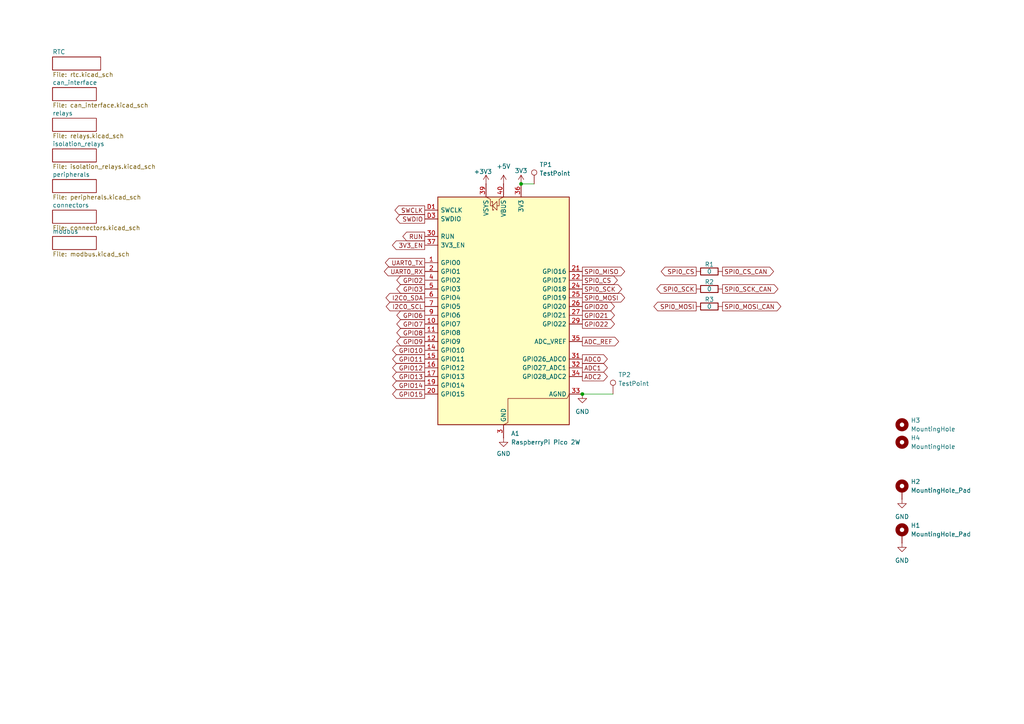
<source format=kicad_sch>
(kicad_sch (version 20250114) (generator "eeschema") (generator_version "9.0")
  (paper "A4")
  (title_block (title "Pico-CAN") (date "2025-10-26") (rev "1.0") (company "PKl"))
  (lib_symbols
    (symbol "Connector:TestPoint" (pin_numbers (hide yes)) (pin_names (offset 0.762) (hide yes))
      (property "Reference" "TP" (at 0 6.858 0))
      (property "Value" "TestPoint" (at 0 5.08 0))
      (symbol "TestPoint_0_1"
        (circle (center 0 3.302) (radius 0.762))
      )
      (symbol "TestPoint_1_1"
        (pin passive line (at 0 0 90) (length 2.54) (name "1") (number "1"))
      )
    )
    (symbol "Device:R" (pin_numbers (hide yes)) (pin_names (offset 0))
      (property "Reference" "R" (at 2.032 0 90))
      (property "Value" "R" (at 0 0 90))
      (symbol "R_0_1"
        (rectangle (start -1.016 -2.54) (end 1.016 2.54) (stroke (width 0.254)))
      )
      (symbol "R_1_1"
        (pin passive line (at 0 3.81 270) (length 1.27) (name "~") (number "1"))
        (pin passive line (at 0 -3.81 90) (length 1.27) (name "~") (number "2"))
      )
    )
    (symbol "MCU_Module:RaspberryPi_Pico_W_Debug" (pin_names (offset 0.762))
      (property "Reference" "A" (at -19.05 35.56 0))
      (property "Value" "RaspberryPi_Pico_W" (at 7.62 35.56 0))
      (symbol "RaspberryPi_Pico_W_Debug_0_1"
        (rectangle (start -19.05 34.29) (end 19.05 -31.75) (stroke (width 0.254)) (fill (type background)))
        (polyline (pts (xy -5.08 34.29) (xy -3.81 33.655) (xy -3.81 31.75) (xy -3.175 31.75)))
        (polyline (pts (xy -3.429 32.766) (xy -3.429 33.02) (xy -3.175 33.02) (xy -3.175 30.48) (xy -2.921 30.48) (xy -2.921 30.734)))
        (polyline (pts (xy -3.175 31.75) (xy -1.905 33.02) (xy -1.905 30.48) (xy -3.175 31.75)))
        (polyline (pts (xy 0 34.29) (xy -1.27 33.655) (xy -1.27 31.75) (xy -1.905 31.75)))
        (polyline (pts (xy 0 -31.75) (xy 1.27 -31.115) (xy 1.27 -24.13) (xy 18.415 -24.13) (xy 19.05 -22.86)))
      )
      (symbol "RaspberryPi_Pico_W_Debug_1_1"
        (pin input line (at -22.86 30.48 0) (length 3.81) (name "SWCLK") (number "D1"))
        (pin bidirectional line (at -22.86 27.94 0) (length 3.81) (name "SWDIO") (number "D3"))
        (pin passive line (at -22.86 22.86 0) (length 3.81) (name "RUN") (number "30"))
        (pin passive line (at -22.86 20.32 0) (length 3.81) (name "3V3_EN") (number "37"))
        (pin bidirectional line (at -22.86 15.24 0) (length 3.81) (name "GPIO0") (number "1"))
        (pin bidirectional line (at -22.86 12.7 0) (length 3.81) (name "GPIO1") (number "2"))
        (pin bidirectional line (at -22.86 10.16 0) (length 3.81) (name "GPIO2") (number "4"))
        (pin bidirectional line (at -22.86 7.62 0) (length 3.81) (name "GPIO3") (number "5"))
        (pin bidirectional line (at -22.86 5.08 0) (length 3.81) (name "GPIO4") (number "6"))
        (pin bidirectional line (at -22.86 2.54 0) (length 3.81) (name "GPIO5") (number "7"))
        (pin bidirectional line (at -22.86 0 0) (length 3.81) (name "GPIO6") (number "9"))
        (pin bidirectional line (at -22.86 -2.54 0) (length 3.81) (name "GPIO7") (number "10"))
        (pin bidirectional line (at -22.86 -5.08 0) (length 3.81) (name "GPIO8") (number "11"))
        (pin bidirectional line (at -22.86 -7.62 0) (length 3.81) (name "GPIO9") (number "12"))
        (pin bidirectional line (at -22.86 -10.16 0) (length 3.81) (name "GPIO10") (number "14"))
        (pin bidirectional line (at -22.86 -12.7 0) (length 3.81) (name "GPIO11") (number "15"))
        (pin bidirectional line (at -22.86 -15.24 0) (length 3.81) (name "GPIO12") (number "16"))
        (pin bidirectional line (at -22.86 -17.78 0) (length 3.81) (name "GPIO13") (number "17"))
        (pin bidirectional line (at -22.86 -20.32 0) (length 3.81) (name "GPIO14") (number "19"))
        (pin bidirectional line (at -22.86 -22.86 0) (length 3.81) (name "GPIO15") (number "20"))
        (pin power_in line (at -5.08 38.1 270) (length 3.81) (name "VSYS") (number "39"))
        (pin power_out line (at 0 38.1 270) (length 3.81) (name "VBUS") (number "40"))
        (pin passive line (at 0 -35.56 90) (length 3.81) (hide yes) (name "GND") (number "13"))
        (pin passive line (at 0 -35.56 90) (length 3.81) (hide yes) (name "GND") (number "18"))
        (pin passive line (at 0 -35.56 90) (length 3.81) (hide yes) (name "GND") (number "23"))
        (pin passive line (at 0 -35.56 90) (length 3.81) (hide yes) (name "GND") (number "28"))
        (pin power_out line (at 0 -35.56 90) (length 3.81) (name "GND") (number "3"))
        (pin passive line (at 0 -35.56 90) (length 3.81) (hide yes) (name "GND") (number "38"))
        (pin passive line (at 0 -35.56 90) (length 3.81) (hide yes) (name "GND") (number "8"))
        (pin passive line (at 0 -35.56 90) (length 3.81) (hide yes) (name "GND") (number "D2"))
        (pin power_out line (at 5.08 38.1 270) (length 3.81) (name "3V3") (number "36"))
        (pin bidirectional line (at 22.86 12.7 180) (length 3.81) (name "GPIO16") (number "21"))
        (pin bidirectional line (at 22.86 10.16 180) (length 3.81) (name "GPIO17") (number "22"))
        (pin bidirectional line (at 22.86 7.62 180) (length 3.81) (name "GPIO18") (number "24"))
        (pin bidirectional line (at 22.86 5.08 180) (length 3.81) (name "GPIO19") (number "25"))
        (pin bidirectional line (at 22.86 2.54 180) (length 3.81) (name "GPIO20") (number "26"))
        (pin bidirectional line (at 22.86 0 180) (length 3.81) (name "GPIO21") (number "27"))
        (pin bidirectional line (at 22.86 -2.54 180) (length 3.81) (name "GPIO22") (number "29"))
        (pin power_in line (at 22.86 -7.62 180) (length 3.81) (name "ADC_VREF") (number "35"))
        (pin bidirectional line (at 22.86 -12.7 180) (length 3.81) (name "GPIO26_ADC0") (number "31"))
        (pin bidirectional line (at 22.86 -15.24 180) (length 3.81) (name "GPIO27_ADC1") (number "32"))
        (pin bidirectional line (at 22.86 -17.78 180) (length 3.81) (name "GPIO28_ADC2") (number "34"))
        (pin power_out line (at 22.86 -22.86 180) (length 3.81) (name "AGND") (number "33"))
      )
    )
    (symbol "Mechanical:MountingHole" (pin_names (offset 1.016)) (in_bom no)
      (property "Reference" "H" (at 0 5.08 0))
      (property "Value" "MountingHole" (at 0 3.175 0))
      (symbol "MountingHole_0_1"
        (circle (center 0 0) (radius 1.27) (stroke (width 1.27)))
      )
    )
    (symbol "Mechanical:MountingHole_Pad" (pin_numbers (hide yes)) (pin_names (offset 1.016) (hide yes)) (in_bom no)
      (property "Reference" "H" (at 0 6.35 0))
      (property "Value" "MountingHole_Pad" (at 0 4.445 0))
      (symbol "MountingHole_Pad_0_1"
        (circle (center 0 1.27) (radius 1.27) (stroke (width 1.27)))
      )
      (symbol "MountingHole_Pad_1_1"
        (pin input line (at 0 -2.54 90) (length 2.54) (name "1") (number "1"))
      )
    )
    (symbol "power:+3.3V" (power) (pin_numbers (hide yes)) (pin_names (offset 0) (hide yes))
      (property "Value" "+3.3V" (at 0 3.556 0))
      (symbol "+3.3V_0_1"
        (polyline (pts (xy -0.762 1.27) (xy 0 2.54)))
        (polyline (pts (xy 0 2.54) (xy 0.762 1.27)))
        (polyline (pts (xy 0 0) (xy 0 2.54)))
      )
      (symbol "+3.3V_1_1"
        (pin power_in line (at 0 0 90) (length 0) (name "~") (number "1"))
      )
    )
    (symbol "power:+5V" (power) (pin_numbers (hide yes)) (pin_names (offset 0) (hide yes))
      (property "Value" "+5V" (at 0 3.556 0))
      (symbol "+5V_0_1"
        (polyline (pts (xy -0.762 1.27) (xy 0 2.54)))
        (polyline (pts (xy 0 2.54) (xy 0.762 1.27)))
        (polyline (pts (xy 0 0) (xy 0 2.54)))
      )
      (symbol "+5V_1_1"
        (pin power_in line (at 0 0 90) (length 0) (name "~") (number "1"))
      )
    )
    (symbol "power:GND" (power) (pin_numbers (hide yes)) (pin_names (offset 0) (hide yes))
      (property "Value" "GND" (at 0 -3.81 0))
      (symbol "GND_0_1"
        (polyline (pts (xy 0 0) (xy 0 -1.27) (xy 1.27 -1.27) (xy 0 -2.54) (xy -1.27 -1.27) (xy 0 -1.27)))
      )
      (symbol "GND_1_1"
        (pin power_in line (at 0 0 270) (length 0) (name "~") (number "1"))
      )
    )
  )
  (junction (at 168.91 114.3))
  (junction (at 151.13 53.34))
  (wire (pts (xy 168.91 114.3) (xy 177.8 114.3)))
  (wire (pts (xy 151.13 53.34) (xy 154.94 53.34)))
  (global_label "GPIO15" (shape output) (at 123.19 114.3 180) (property "Intersheetrefs" "${INTERSHEET_REFS}" (effects (hide yes))))
  (global_label "GPIO13" (shape output) (at 123.19 109.22 180) (property "Intersheetrefs" "${INTERSHEET_REFS}" (effects (hide yes))))
  (global_label "3V3_EN" (shape output) (at 123.19 71.12 180) (property "Intersheetrefs" "${INTERSHEET_REFS}" (effects (hide yes))))
  (global_label "GPIO21" (shape output) (at 168.91 91.44 0) (property "Intersheetrefs" "${INTERSHEET_REFS}" (effects (hide yes))))
  (global_label "GPIO12" (shape output) (at 123.19 106.68 180) (property "Intersheetrefs" "${INTERSHEET_REFS}" (effects (hide yes))))
  (global_label "GPIO8" (shape output) (at 123.19 96.52 180) (property "Intersheetrefs" "${INTERSHEET_REFS}" (effects (hide yes))))
  (global_label "SPI0_SCK" (shape output) (at 168.91 83.82 0) (property "Intersheetrefs" "${INTERSHEET_REFS}" (effects (hide yes))))
  (global_label "GPIO7" (shape output) (at 123.19 93.98 180) (property "Intersheetrefs" "${INTERSHEET_REFS}" (effects (hide yes))))
  (global_label "GPIO11" (shape output) (at 123.19 104.14 180) (property "Intersheetrefs" "${INTERSHEET_REFS}" (effects (hide yes))))
  (global_label "SPI0_MISO" (shape output) (at 168.91 78.74 0) (property "Intersheetrefs" "${INTERSHEET_REFS}" (effects (hide yes))))
  (global_label "SPI0_CS" (shape output) (at 168.91 81.28 0) (property "Intersheetrefs" "${INTERSHEET_REFS}" (effects (hide yes))))
  (global_label "RUN" (shape output) (at 123.19 68.58 180) (property "Intersheetrefs" "${INTERSHEET_REFS}" (effects (hide yes))))
  (global_label "SPI0_MOSI" (shape output) (at 201.93 88.9 180) (property "Intersheetrefs" "${INTERSHEET_REFS}" (effects (hide yes))))
  (global_label "GPIO14" (shape output) (at 123.19 111.76 180) (property "Intersheetrefs" "${INTERSHEET_REFS}" (effects (hide yes))))
  (global_label "GPIO6" (shape output) (at 123.19 91.44 180) (property "Intersheetrefs" "${INTERSHEET_REFS}" (effects (hide yes))))
  (global_label "ADC1" (shape output) (at 168.91 106.68 0) (property "Intersheetrefs" "${INTERSHEET_REFS}" (effects (hide yes))))
  (global_label "UART0_TX" (shape output) (at 123.19 76.2 180) (property "Intersheetrefs" "${INTERSHEET_REFS}" (effects (hide yes))))
  (global_label "I2C0_SDA" (shape output) (at 123.19 86.36 180) (property "Intersheetrefs" "${INTERSHEET_REFS}" (effects (hide yes))))
  (global_label "ADC0" (shape output) (at 168.91 104.14 0) (property "Intersheetrefs" "${INTERSHEET_REFS}" (effects (hide yes))))
  (global_label "GPIO9" (shape output) (at 123.19 99.06 180) (property "Intersheetrefs" "${INTERSHEET_REFS}" (effects (hide yes))))
  (global_label "SPI0_MOSI" (shape output) (at 168.91 86.36 0) (property "Intersheetrefs" "${INTERSHEET_REFS}" (effects (hide yes))))
  (global_label "SPI0_CS_CAN" (shape output) (at 209.55 78.74 0) (property "Intersheetrefs" "${INTERSHEET_REFS}" (effects (hide yes))))
  (global_label "SWCLK" (shape output) (at 123.19 60.96 180) (property "Intersheetrefs" "${INTERSHEET_REFS}" (effects (hide yes))))
  (global_label "GPIO22" (shape output) (at 168.91 93.98 0) (property "Intersheetrefs" "${INTERSHEET_REFS}" (effects (hide yes))))
  (global_label "ADC_REF" (shape output) (at 168.91 99.06 0) (property "Intersheetrefs" "${INTERSHEET_REFS}" (effects (hide yes))))
  (global_label "GPIO20" (shape output) (at 168.91 88.9 0) (property "Intersheetrefs" "${INTERSHEET_REFS}" (effects (hide yes))))
  (global_label "ADC2" (shape output) (at 168.91 109.22 0) (property "Intersheetrefs" "${INTERSHEET_REFS}" (effects (hide yes))))
  (global_label "SPI0_MOSI_CAN" (shape output) (at 209.55 88.9 0) (property "Intersheetrefs" "${INTERSHEET_REFS}" (effects (hide yes))))
  (global_label "SPI0_CS" (shape output) (at 201.93 78.74 180) (property "Intersheetrefs" "${INTERSHEET_REFS}" (effects (hide yes))))
  (global_label "SPI0_SCK_CAN" (shape output) (at 209.55 83.82 0) (property "Intersheetrefs" "${INTERSHEET_REFS}" (effects (hide yes))))
  (global_label "UART0_RX" (shape output) (at 123.19 78.74 180) (property "Intersheetrefs" "${INTERSHEET_REFS}" (effects (hide yes))))
  (global_label "SPI0_SCK" (shape output) (at 201.93 83.82 180) (property "Intersheetrefs" "${INTERSHEET_REFS}" (effects (hide yes))))
  (global_label "GPIO10" (shape output) (at 123.19 101.6 180) (property "Intersheetrefs" "${INTERSHEET_REFS}" (effects (hide yes))))
  (global_label "GPIO2" (shape output) (at 123.19 81.28 180) (property "Intersheetrefs" "${INTERSHEET_REFS}" (effects (hide yes))))
  (global_label "I2C0_SCL" (shape output) (at 123.19 88.9 180) (property "Intersheetrefs" "${INTERSHEET_REFS}" (effects (hide yes))))
  (global_label "SWDIO" (shape output) (at 123.19 63.5 180) (property "Intersheetrefs" "${INTERSHEET_REFS}" (effects (hide yes))))
  (global_label "GPIO3" (shape output) (at 123.19 83.82 180) (property "Intersheetrefs" "${INTERSHEET_REFS}" (effects (hide yes))))
  (symbol (lib_id "Device:R") (at 205.74 88.9 90) (unit 1)
    (property "Reference" "R3" (at 205.74 86.868 90))
    (property "Value" "0" (at 205.74 88.9 90))
    (property "Footprint" "Resistor_SMD:R_0805_2012Metric" (effects (hide yes)))
    (property "Description" "Resistor" (effects (hide yes)))
  )
  (symbol (lib_id "power:GND") (at 261.62 144.78 0) (unit 1)
    (property "Reference" "#PWR077" (effects (hide yes)))
    (property "Value" "GND" (at 261.62 149.86 0))
    (property "Description" "Power symbol creates a global label with name \"GND\" , ground" (effects (hide yes)))
  )
  (symbol (lib_id "Mechanical:MountingHole") (at 261.62 123.19 0) (unit 1) (in_bom no)
    (property "Reference" "H3" (at 264.16 121.9199 0) (effects (justify left)))
    (property "Value" "MountingHole" (at 264.16 124.4599 0) (effects (justify left)))
    (property "Footprint" "MountingHole:MountingHole_3.2mm_M3" (effects (hide yes)))
    (property "Description" "Mounting Hole without connection" (effects (hide yes)))
  )
  (symbol (lib_id "power:+5V") (at 146.05 53.34 0) (unit 1)
    (property "Reference" "#PWR04" (effects (hide yes)))
    (property "Value" "+5V" (at 146.05 48.26 0))
    (property "Description" "Power symbol creates a global label with name \"+5V\"" (effects (hide yes)))
  )
  (symbol (lib_id "power:GND") (at 261.62 157.48 0) (unit 1)
    (property "Reference" "#PWR078" (effects (hide yes)))
    (property "Value" "GND" (at 261.62 162.56 0))
    (property "Description" "Power symbol creates a global label with name \"GND\" , ground" (effects (hide yes)))
  )
  (symbol (lib_id "Device:R") (at 205.74 83.82 90) (unit 1)
    (property "Reference" "R2" (at 205.74 81.788 90))
    (property "Value" "0" (at 205.74 83.82 90))
    (property "Footprint" "Resistor_SMD:R_0805_2012Metric" (effects (hide yes)))
    (property "Description" "Resistor" (effects (hide yes)))
  )
  (symbol (lib_id "Connector:TestPoint") (at 177.8 114.3 0) (unit 1)
    (property "Reference" "TP2" (at 179.324 108.712 0) (effects (justify left)))
    (property "Value" "TestPoint" (at 179.324 111.252 0) (effects (justify left)))
    (property "Footprint" "TestPoint:TestPoint_Pad_2.0x2.0mm" (effects (hide yes)))
    (property "Description" "test point" (effects (hide yes)))
  )
  (symbol (lib_id "Mechanical:MountingHole_Pad") (at 261.62 142.24 0) (unit 1) (in_bom no)
    (property "Reference" "H2" (at 264.16 139.6999 0) (effects (justify left)))
    (property "Value" "MountingHole_Pad" (at 264.16 142.2399 0) (effects (justify left)))
    (property "Footprint" "MountingHole:MountingHole_3.2mm_M3_DIN965_Pad" (effects (hide yes)))
    (property "Description" "Mounting Hole with connection" (effects (hide yes)))
  )
  (symbol (lib_id "power:GND") (at 146.05 127 0) (unit 1)
    (property "Reference" "#PWR01" (effects (hide yes)))
    (property "Value" "GND" (at 146.05 131.572 0))
    (property "Description" "Power symbol creates a global label with name \"GND\" , ground" (effects (hide yes)))
  )
  (symbol (lib_id "power:+3.3V") (at 151.13 53.34 0) (unit 1)
    (property "Reference" "#PWR03" (effects (hide yes)))
    (property "Value" "3V3" (at 151.13 49.53 0))
    (property "Description" "Power symbol creates a global label with name \"+3.3V\"" (effects (hide yes)))
  )
  (symbol (lib_id "Device:R") (at 205.74 78.74 90) (unit 1)
    (property "Reference" "R1" (at 205.74 76.708 90))
    (property "Value" "0" (at 205.74 78.74 90))
    (property "Footprint" "Resistor_SMD:R_0805_2012Metric" (effects (hide yes)))
    (property "Description" "Resistor" (effects (hide yes)))
  )
  (symbol (lib_id "Mechanical:MountingHole_Pad") (at 261.62 154.94 0) (unit 1) (in_bom no)
    (property "Reference" "H1" (at 264.16 152.3999 0) (effects (justify left)))
    (property "Value" "MountingHole_Pad" (at 264.16 154.9399 0) (effects (justify left)))
    (property "Footprint" "MountingHole:MountingHole_3.2mm_M3_DIN965_Pad" (effects (hide yes)))
    (property "Description" "Mounting Hole with connection" (effects (hide yes)))
  )
  (symbol (lib_id "Connector:TestPoint") (at 154.94 53.34 0) (unit 1)
    (property "Reference" "TP1" (at 156.464 47.752 0) (effects (justify left)))
    (property "Value" "TestPoint" (at 156.464 50.292 0) (effects (justify left)))
    (property "Footprint" "TestPoint:TestPoint_Pad_2.0x2.0mm" (effects (hide yes)))
    (property "Description" "test point" (effects (hide yes)))
  )
  (symbol (lib_id "MCU_Module:RaspberryPi_Pico_W_Debug") (at 146.05 91.44 0) (unit 1)
    (property "Reference" "A1" (at 148.1933 125.73 0) (effects (justify left)))
    (property "Value" "RaspberryPi Pico 2W" (at 148.1933 128.27 0) (effects (justify left)))
    (property "Footprint" "Library:RaspberryPi_Pico_Common_Unspecified" (effects (hide yes)))
    (property "Datasheet" "https://datasheets.raspberrypi.com/picow/pico-w-datasheet.pdf" (effects (hide yes)))
    (property "Description" "Versatile and inexpensive wireless microcontroller module (with debug pins) powered by RP2040 dual-core Arm Cortex-M0+ processor up to 133 MHz, 264kB SRAM, 2MB QSPI flash, Infineon CYW43439 2.4GHz 802.11n wireless LAN; also supports Raspberry Pi Pico 2 W" (effects (hide yes)))
  )
  (symbol (lib_id "power:+3.3V") (at 140.97 53.34 0) (unit 1)
    (property "Reference" "#PWR016" (effects (hide yes)))
    (property "Value" "+3V3" (at 137.414 49.784 0) (effects (justify left)))
    (property "Description" "Power symbol creates a global label with name \"+3.3V\"" (effects (hide yes)))
  )
  (symbol (lib_id "Mechanical:MountingHole") (at 261.62 128.27 0) (unit 1) (in_bom no)
    (property "Reference" "H4" (at 264.16 126.9999 0) (effects (justify left)))
    (property "Value" "MountingHole" (at 264.16 129.5399 0) (effects (justify left)))
    (property "Footprint" "MountingHole:MountingHole_3.2mm_M3" (effects (hide yes)))
    (property "Description" "Mounting Hole without connection" (effects (hide yes)))
  )
  (symbol (lib_id "power:GND") (at 168.91 114.3 0) (unit 1)
    (property "Reference" "#PWR02" (effects (hide yes)))
    (property "Value" "GND" (at 168.91 119.38 0))
    (property "Description" "Power symbol creates a global label with name \"GND\" , ground" (effects (hide yes)))
  )
  (sheet (at 15.24 60.96) (size 12.7 3.81) (stroke (width 0.1524))
    (property "Sheetname" "connectors" (at 15.24 60.2484 0) (effects (justify left bottom)))
    (property "Sheetfile" "connectors.kicad_sch" (at 15.24 65.3546 0) (effects (justify left top)))
  )
  (sheet (at 15.24 25.4) (size 12.7 3.81) (stroke (width 0.1524))
    (property "Sheetname" "can_interface" (at 15.24 24.6884 0) (effects (justify left bottom)))
    (property "Sheetfile" "can_interface.kicad_sch" (at 15.24 29.7946 0) (effects (justify left top)))
  )
  (sheet (at 15.24 68.58) (size 12.7 3.81) (stroke (width 0.1524))
    (property "Sheetname" "modbus" (at 15.24 67.8684 0) (effects (justify left bottom)))
    (property "Sheetfile" "modbus.kicad_sch" (at 15.24 72.9746 0) (effects (justify left top)))
  )
  (sheet (at 15.24 43.18) (size 12.7 3.81) (stroke (width 0.1524))
    (property "Sheetname" "isolation_relays" (at 15.24 42.4684 0) (effects (justify left bottom)))
    (property "Sheetfile" "isolation_relays.kicad_sch" (at 15.24 47.5746 0) (effects (justify left top)))
  )
  (sheet (at 15.24 52.07) (size 12.7 3.81) (stroke (width 0.1524))
    (property "Sheetname" "peripherals" (at 15.24 51.3584 0) (effects (justify left bottom)))
    (property "Sheetfile" "peripherals.kicad_sch" (at 15.24 56.4646 0) (effects (justify left top)))
  )
  (sheet (at 15.24 34.29) (size 12.7 3.81) (stroke (width 0.1524))
    (property "Sheetname" "relays" (at 15.24 33.5784 0) (effects (justify left bottom)))
    (property "Sheetfile" "relays.kicad_sch" (at 15.24 38.6846 0) (effects (justify left top)))
  )
  (sheet (at 15.24 16.51) (size 13.97 3.81) (stroke (width 0.1524))
    (property "Sheetname" "RTC" (at 15.24 15.7984 0) (effects (justify left bottom)))
    (property "Sheetfile" "rtc.kicad_sch" (at 15.24 20.9046 0) (effects (justify left top)))
  )
)
</source>
